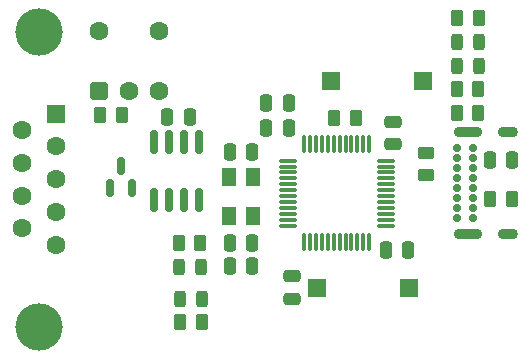
<source format=gbr>
%TF.GenerationSoftware,KiCad,Pcbnew,(6.0.2)*%
%TF.CreationDate,2022-11-22T23:48:31+01:00*%
%TF.ProjectId,CANap_,43414e61-70e9-42e6-9b69-6361645f7063,rev?*%
%TF.SameCoordinates,Original*%
%TF.FileFunction,Soldermask,Top*%
%TF.FilePolarity,Negative*%
%FSLAX46Y46*%
G04 Gerber Fmt 4.6, Leading zero omitted, Abs format (unit mm)*
G04 Created by KiCad (PCBNEW (6.0.2)) date 2022-11-22 23:48:31*
%MOMM*%
%LPD*%
G01*
G04 APERTURE LIST*
G04 Aperture macros list*
%AMRoundRect*
0 Rectangle with rounded corners*
0 $1 Rounding radius*
0 $2 $3 $4 $5 $6 $7 $8 $9 X,Y pos of 4 corners*
0 Add a 4 corners polygon primitive as box body*
4,1,4,$2,$3,$4,$5,$6,$7,$8,$9,$2,$3,0*
0 Add four circle primitives for the rounded corners*
1,1,$1+$1,$2,$3*
1,1,$1+$1,$4,$5*
1,1,$1+$1,$6,$7*
1,1,$1+$1,$8,$9*
0 Add four rect primitives between the rounded corners*
20,1,$1+$1,$2,$3,$4,$5,0*
20,1,$1+$1,$4,$5,$6,$7,0*
20,1,$1+$1,$6,$7,$8,$9,0*
20,1,$1+$1,$8,$9,$2,$3,0*%
G04 Aperture macros list end*
%ADD10RoundRect,0.250000X-0.250000X-0.475000X0.250000X-0.475000X0.250000X0.475000X-0.250000X0.475000X0*%
%ADD11RoundRect,0.250000X-0.475000X0.250000X-0.475000X-0.250000X0.475000X-0.250000X0.475000X0.250000X0*%
%ADD12RoundRect,0.250000X-0.262500X-0.450000X0.262500X-0.450000X0.262500X0.450000X-0.262500X0.450000X0*%
%ADD13RoundRect,0.250000X0.262500X0.450000X-0.262500X0.450000X-0.262500X-0.450000X0.262500X-0.450000X0*%
%ADD14C,4.000000*%
%ADD15R,1.600000X1.600000*%
%ADD16C,1.600000*%
%ADD17RoundRect,0.250000X0.250000X0.475000X-0.250000X0.475000X-0.250000X-0.475000X0.250000X-0.475000X0*%
%ADD18RoundRect,0.075000X-0.662500X-0.075000X0.662500X-0.075000X0.662500X0.075000X-0.662500X0.075000X0*%
%ADD19RoundRect,0.075000X-0.075000X-0.662500X0.075000X-0.662500X0.075000X0.662500X-0.075000X0.662500X0*%
%ADD20R,1.500000X1.500000*%
%ADD21RoundRect,0.400000X-0.400000X0.400000X-0.400000X-0.400000X0.400000X-0.400000X0.400000X0.400000X0*%
%ADD22RoundRect,0.243750X-0.243750X-0.456250X0.243750X-0.456250X0.243750X0.456250X-0.243750X0.456250X0*%
%ADD23RoundRect,0.150000X-0.150000X0.825000X-0.150000X-0.825000X0.150000X-0.825000X0.150000X0.825000X0*%
%ADD24RoundRect,0.150000X0.150000X-0.587500X0.150000X0.587500X-0.150000X0.587500X-0.150000X-0.587500X0*%
%ADD25RoundRect,0.250000X-0.450000X0.262500X-0.450000X-0.262500X0.450000X-0.262500X0.450000X0.262500X0*%
%ADD26R,1.300000X1.600000*%
%ADD27C,0.700000*%
%ADD28O,2.400000X0.900000*%
%ADD29O,1.700000X0.900000*%
G04 APERTURE END LIST*
D10*
%TO.C,C9*%
X157725000Y-76575000D03*
X159625000Y-76575000D03*
%TD*%
D11*
%TO.C,C11*%
X159875000Y-91225000D03*
X159875000Y-93125000D03*
%TD*%
D12*
%TO.C,R2*%
X175662500Y-77400000D03*
X173837500Y-77400000D03*
%TD*%
D13*
%TO.C,R4*%
X175700000Y-69350000D03*
X173875000Y-69350000D03*
%TD*%
D14*
%TO.C,J2*%
X138460331Y-70490000D03*
X138460331Y-95490000D03*
D15*
X139880331Y-77450000D03*
D16*
X139880331Y-80220000D03*
X139880331Y-82990000D03*
X139880331Y-85760000D03*
X139880331Y-88530000D03*
X137040331Y-78835000D03*
X137040331Y-81605000D03*
X137040331Y-84375000D03*
X137040331Y-87145000D03*
%TD*%
D17*
%TO.C,C13*%
X169725000Y-88975000D03*
X167825000Y-88975000D03*
%TD*%
D18*
%TO.C,U3*%
X159512500Y-81425000D03*
X159512500Y-81925000D03*
X159512500Y-82425000D03*
X159512500Y-82925000D03*
X159512500Y-83425000D03*
X159512500Y-83925000D03*
X159512500Y-84425000D03*
X159512500Y-84925000D03*
X159512500Y-85425000D03*
X159512500Y-85925000D03*
X159512500Y-86425000D03*
X159512500Y-86925000D03*
D19*
X160925000Y-88337500D03*
X161425000Y-88337500D03*
X161925000Y-88337500D03*
X162425000Y-88337500D03*
X162925000Y-88337500D03*
X163425000Y-88337500D03*
X163925000Y-88337500D03*
X164425000Y-88337500D03*
X164925000Y-88337500D03*
X165425000Y-88337500D03*
X165925000Y-88337500D03*
X166425000Y-88337500D03*
D18*
X167837500Y-86925000D03*
X167837500Y-86425000D03*
X167837500Y-85925000D03*
X167837500Y-85425000D03*
X167837500Y-84925000D03*
X167837500Y-84425000D03*
X167837500Y-83925000D03*
X167837500Y-83425000D03*
X167837500Y-82925000D03*
X167837500Y-82425000D03*
X167837500Y-81925000D03*
X167837500Y-81425000D03*
D19*
X166425000Y-80012500D03*
X165925000Y-80012500D03*
X165425000Y-80012500D03*
X164925000Y-80012500D03*
X164425000Y-80012500D03*
X163925000Y-80012500D03*
X163425000Y-80012500D03*
X162925000Y-80012500D03*
X162425000Y-80012500D03*
X161925000Y-80012500D03*
X161425000Y-80012500D03*
X160925000Y-80012500D03*
%TD*%
D20*
%TO.C,SW3*%
X170975000Y-74675000D03*
X163175000Y-74675000D03*
%TD*%
D17*
%TO.C,C4*%
X151250000Y-77700000D03*
X149350000Y-77700000D03*
%TD*%
D12*
%TO.C,R3*%
X178512500Y-84650000D03*
X176687500Y-84650000D03*
%TD*%
D11*
%TO.C,C12*%
X168475000Y-78125000D03*
X168475000Y-80025000D03*
%TD*%
D16*
%TO.C,SW2*%
X143560000Y-70410000D03*
X148640000Y-70410000D03*
D21*
X143560000Y-75490000D03*
D16*
X146100000Y-75490000D03*
X148640000Y-75490000D03*
%TD*%
D10*
%TO.C,C14*%
X154625000Y-90375000D03*
X156525000Y-90375000D03*
%TD*%
D13*
%TO.C,R5*%
X173837500Y-75350000D03*
X175662500Y-75350000D03*
%TD*%
D12*
%TO.C,R1*%
X143637500Y-77550000D03*
X145462500Y-77550000D03*
%TD*%
D22*
%TO.C,D2*%
X175737500Y-73400000D03*
X173862500Y-73400000D03*
%TD*%
D13*
%TO.C,R9*%
X152237500Y-95125000D03*
X150412500Y-95125000D03*
%TD*%
D10*
%TO.C,C7*%
X154625000Y-80675000D03*
X156525000Y-80675000D03*
%TD*%
D23*
%TO.C,U2*%
X152005000Y-79825000D03*
X150735000Y-79825000D03*
X149465000Y-79825000D03*
X148195000Y-79825000D03*
X148195000Y-84775000D03*
X149465000Y-84775000D03*
X150735000Y-84775000D03*
X152005000Y-84775000D03*
%TD*%
D22*
%TO.C,D4*%
X150287500Y-90425000D03*
X152162500Y-90425000D03*
%TD*%
D13*
%TO.C,R8*%
X152137500Y-88425000D03*
X150312500Y-88425000D03*
%TD*%
D17*
%TO.C,C8*%
X156525000Y-88375000D03*
X154625000Y-88375000D03*
%TD*%
D10*
%TO.C,C10*%
X157725000Y-78675000D03*
X159625000Y-78675000D03*
%TD*%
D22*
%TO.C,D1*%
X173887500Y-71350000D03*
X175762500Y-71350000D03*
%TD*%
D24*
%TO.C,D3*%
X144450000Y-83737500D03*
X146350000Y-83737500D03*
X145400000Y-81862500D03*
%TD*%
D25*
%TO.C,R7*%
X171250000Y-80775000D03*
X171250000Y-82600000D03*
%TD*%
D20*
%TO.C,SW4*%
X169775000Y-92175000D03*
X161975000Y-92175000D03*
%TD*%
D22*
%TO.C,D5*%
X150387500Y-93125000D03*
X152262500Y-93125000D03*
%TD*%
D13*
%TO.C,R6*%
X165287500Y-77775000D03*
X163462500Y-77775000D03*
%TD*%
D26*
%TO.C,Y1*%
X154575000Y-82825000D03*
X154575000Y-86125000D03*
X156575000Y-86125000D03*
X156575000Y-82825000D03*
%TD*%
D10*
%TO.C,C6*%
X178550000Y-81350000D03*
X176650000Y-81350000D03*
%TD*%
D27*
%TO.C,J1*%
X173850000Y-80350000D03*
X173850000Y-81200000D03*
X173850000Y-82050000D03*
X173850000Y-82900000D03*
X173850000Y-83750000D03*
X173850000Y-84600000D03*
X173850000Y-85450000D03*
X173850000Y-86300000D03*
X175200000Y-86300000D03*
X175200000Y-85450000D03*
X175200000Y-84600000D03*
X175200000Y-83750000D03*
X175200000Y-82900000D03*
X175200000Y-82050000D03*
X175200000Y-81200000D03*
X175200000Y-80350000D03*
D28*
X174830000Y-79000000D03*
D29*
X178210000Y-87650000D03*
X178210000Y-79000000D03*
D28*
X174830000Y-87650000D03*
%TD*%
M02*

</source>
